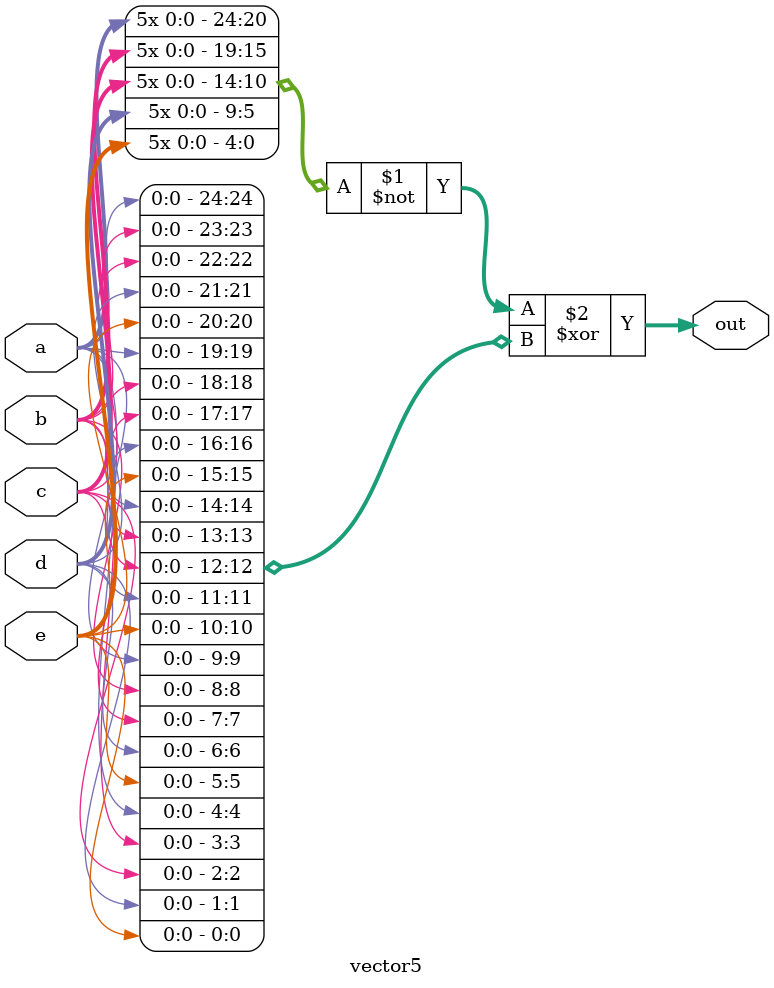
<source format=v>
module vector5 (
  input a,
  input b,
  input c,
  input d,
  input e,
  output [24:0] out

);

  assign out = ~{ {5{a}}, {5{b}}, {5{c}}, {5{d}}, {5{e}} } ^ {5{a,b,c,d,e}};

endmodule




</source>
